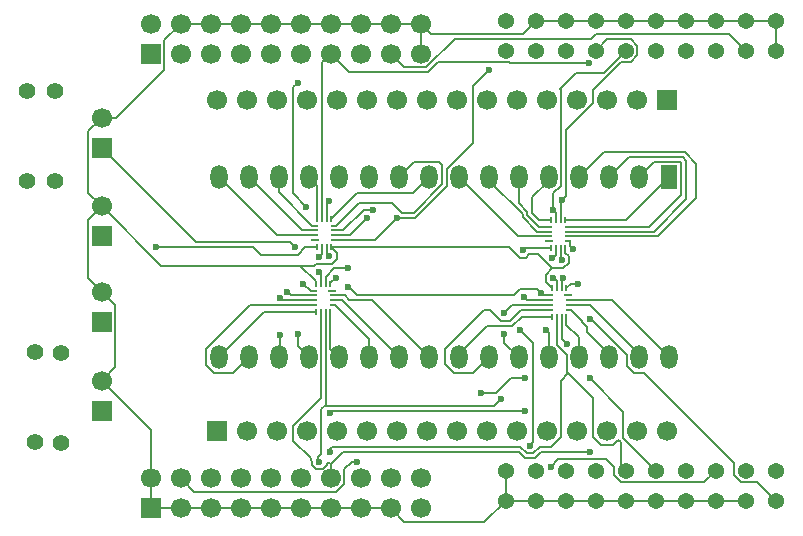
<source format=gbl>
%TF.GenerationSoftware,KiCad,Pcbnew,9.0.4*%
%TF.CreationDate,2025-10-21T11:21:35+02:00*%
%TF.ProjectId,GlasgowICAdapter,476c6173-676f-4774-9943-416461707465,rev?*%
%TF.SameCoordinates,Original*%
%TF.FileFunction,Copper,L2,Bot*%
%TF.FilePolarity,Positive*%
%FSLAX46Y46*%
G04 Gerber Fmt 4.6, Leading zero omitted, Abs format (unit mm)*
G04 Created by KiCad (PCBNEW 9.0.4) date 2025-10-21 11:21:35*
%MOMM*%
%LPD*%
G01*
G04 APERTURE LIST*
%TA.AperFunction,ComponentPad*%
%ADD10O,1.440000X2.000000*%
%TD*%
%TA.AperFunction,ComponentPad*%
%ADD11R,1.440000X2.000000*%
%TD*%
%TA.AperFunction,ComponentPad*%
%ADD12R,1.700000X1.700000*%
%TD*%
%TA.AperFunction,ComponentPad*%
%ADD13C,1.700000*%
%TD*%
%TA.AperFunction,ComponentPad*%
%ADD14C,1.400000*%
%TD*%
%TA.AperFunction,ComponentPad*%
%ADD15C,1.371600*%
%TD*%
%TA.AperFunction,SMDPad,CuDef*%
%ADD16R,0.700001X0.200000*%
%TD*%
%TA.AperFunction,SMDPad,CuDef*%
%ADD17R,0.599999X0.200000*%
%TD*%
%TA.AperFunction,SMDPad,CuDef*%
%ADD18R,0.200000X0.599999*%
%TD*%
%TA.AperFunction,ViaPad*%
%ADD19C,0.600000*%
%TD*%
%TA.AperFunction,Conductor*%
%ADD20C,0.200000*%
%TD*%
G04 APERTURE END LIST*
D10*
%TO.P,J3,32,Pin_32*%
%TO.N,ZIF32*%
X146800000Y-108240000D03*
%TO.P,J3,31,Pin_31*%
%TO.N,ZIF31*%
X144260000Y-108240000D03*
%TO.P,J3,30,Pin_30*%
%TO.N,ZIF30*%
X141720000Y-108240000D03*
%TO.P,J3,29,Pin_29*%
%TO.N,ZIF29*%
X139180000Y-108240000D03*
%TO.P,J3,28,Pin_28*%
%TO.N,ZIF28*%
X136640000Y-108240000D03*
%TO.P,J3,27,Pin_27*%
%TO.N,ZIF27*%
X134100000Y-108240000D03*
%TO.P,J3,26,Pin_26*%
%TO.N,ZIF26*%
X131560000Y-108240000D03*
%TO.P,J3,25,Pin_25*%
%TO.N,ZIF25*%
X129020000Y-108240000D03*
%TO.P,J3,24,Pin_24*%
%TO.N,ZIF24*%
X126480000Y-108240000D03*
%TO.P,J3,23,Pin_23*%
%TO.N,ZIF23*%
X123940000Y-108240000D03*
%TO.P,J3,22,Pin_22*%
%TO.N,ZIF22*%
X121400000Y-108240000D03*
%TO.P,J3,21,Pin_21*%
%TO.N,ZIF21*%
X118860000Y-108240000D03*
%TO.P,J3,20,Pin_20*%
%TO.N,ZIF20*%
X116320000Y-108240000D03*
%TO.P,J3,19,Pin_19*%
%TO.N,ZIF19*%
X113780000Y-108240000D03*
%TO.P,J3,18,Pin_18*%
%TO.N,ZIF18*%
X111240000Y-108240000D03*
%TO.P,J3,17,Pin_17*%
%TO.N,ZIF17*%
X108700000Y-108240000D03*
%TO.P,J3,16,Pin_16*%
%TO.N,ZIF16*%
X108700000Y-93000000D03*
%TO.P,J3,15,Pin_15*%
%TO.N,ZIF15*%
X111240000Y-93000000D03*
%TO.P,J3,14,Pin_14*%
%TO.N,ZIF14*%
X113780000Y-93000000D03*
%TO.P,J3,13,Pin_13*%
%TO.N,ZIF13*%
X116320000Y-93000000D03*
%TO.P,J3,12,Pin_12*%
%TO.N,ZIF12*%
X118860000Y-93000000D03*
%TO.P,J3,11,Pin_11*%
%TO.N,ZIF11*%
X121400000Y-93000000D03*
%TO.P,J3,10,Pin_10*%
%TO.N,ZIF10*%
X123940000Y-93000000D03*
%TO.P,J3,9,Pin_9*%
%TO.N,ZIF9*%
X126480000Y-93000000D03*
%TO.P,J3,8,Pin_8*%
%TO.N,ZIF8*%
X129020000Y-93000000D03*
%TO.P,J3,7,Pin_7*%
%TO.N,ZIF7*%
X131560000Y-93000000D03*
%TO.P,J3,6,Pin_6*%
%TO.N,ZIF6*%
X134100000Y-93000000D03*
%TO.P,J3,5,Pin_5*%
%TO.N,ZIF5*%
X136640000Y-93000000D03*
%TO.P,J3,4,Pin_4*%
%TO.N,ZIF4*%
X139180000Y-93000000D03*
%TO.P,J3,3,Pin_3*%
%TO.N,ZIF3*%
X141720000Y-93000000D03*
%TO.P,J3,2,Pin_2*%
%TO.N,ZIF2*%
X144260000Y-93000000D03*
D11*
%TO.P,J3,1,Pin_1*%
%TO.N,ZIF1*%
X146800000Y-93000000D03*
%TD*%
D12*
%TO.P,J5,1,Pin_1*%
%TO.N,Net-(J5-Pin_1)*%
X98800000Y-98010000D03*
D13*
%TO.P,J5,2,Pin_2*%
%TO.N,GND*%
X98800000Y-95470000D03*
%TD*%
D14*
%TO.P,R4,1*%
%TO.N,Net-(J8-Pin_1)*%
X95370000Y-107880000D03*
%TO.P,R4,2*%
%TO.N,VIOB*%
X95370000Y-115500000D03*
%TD*%
D12*
%TO.P,J11,1,Pin_1*%
%TO.N,GND*%
X102940000Y-121040000D03*
D13*
%TO.P,J11,2,Pin_2*%
X102940000Y-118500000D03*
%TO.P,J11,3,Pin_3*%
X105480000Y-121040000D03*
%TO.P,J11,4,Pin_4*%
%TO.N,PB7*%
X105480000Y-118500000D03*
%TO.P,J11,5,Pin_5*%
%TO.N,GND*%
X108020000Y-121040000D03*
%TO.P,J11,6,Pin_6*%
%TO.N,PB6*%
X108020000Y-118500000D03*
%TO.P,J11,7,Pin_7*%
%TO.N,GND*%
X110560000Y-121040000D03*
%TO.P,J11,8,Pin_8*%
%TO.N,PB5*%
X110560000Y-118500000D03*
%TO.P,J11,9,Pin_9*%
%TO.N,GND*%
X113100000Y-121040000D03*
%TO.P,J11,10,Pin_10*%
%TO.N,PB4*%
X113100000Y-118500000D03*
%TO.P,J11,11,Pin_11*%
%TO.N,GND*%
X115640000Y-121040000D03*
%TO.P,J11,12,Pin_12*%
%TO.N,PB3*%
X115640000Y-118500000D03*
%TO.P,J11,13,Pin_13*%
%TO.N,GND*%
X118180000Y-121040000D03*
%TO.P,J11,14,Pin_14*%
%TO.N,PB2*%
X118180000Y-118500000D03*
%TO.P,J11,15,Pin_15*%
%TO.N,GND*%
X120720000Y-121040000D03*
%TO.P,J11,16,Pin_16*%
%TO.N,PB1*%
X120720000Y-118500000D03*
%TO.P,J11,17,Pin_17*%
%TO.N,GND*%
X123260000Y-121040000D03*
%TO.P,J11,18,Pin_18*%
%TO.N,PB0*%
X123260000Y-118500000D03*
%TO.P,J11,19,Pin_19*%
%TO.N,VIOB*%
X125800000Y-121040000D03*
%TO.P,J11,20,Pin_20*%
%TO.N,VB SENSE*%
X125800000Y-118500000D03*
%TD*%
D12*
%TO.P,J6,1,Pin_1*%
%TO.N,ZIF1*%
X146620000Y-86500000D03*
D13*
%TO.P,J6,2,Pin_2*%
%TO.N,ZIF2*%
X144080000Y-86500000D03*
%TO.P,J6,3,Pin_3*%
%TO.N,ZIF3*%
X141540000Y-86500000D03*
%TO.P,J6,4,Pin_4*%
%TO.N,ZIF4*%
X139000000Y-86500000D03*
%TO.P,J6,5,Pin_5*%
%TO.N,ZIF5*%
X136460000Y-86500000D03*
%TO.P,J6,6,Pin_6*%
%TO.N,ZIF6*%
X133920000Y-86500000D03*
%TO.P,J6,7,Pin_7*%
%TO.N,ZIF7*%
X131380000Y-86500000D03*
%TO.P,J6,8,Pin_8*%
%TO.N,ZIF8*%
X128840000Y-86500000D03*
%TO.P,J6,9,Pin_9*%
%TO.N,ZIF9*%
X126300000Y-86500000D03*
%TO.P,J6,10,Pin_10*%
%TO.N,ZIF10*%
X123760000Y-86500000D03*
%TO.P,J6,11,Pin_11*%
%TO.N,ZIF11*%
X121220000Y-86500000D03*
%TO.P,J6,12,Pin_12*%
%TO.N,ZIF12*%
X118680000Y-86500000D03*
%TO.P,J6,13,Pin_13*%
%TO.N,ZIF13*%
X116140000Y-86500000D03*
%TO.P,J6,14,Pin_14*%
%TO.N,ZIF14*%
X113600000Y-86500000D03*
%TO.P,J6,15,Pin_15*%
%TO.N,ZIF15*%
X111060000Y-86500000D03*
%TO.P,J6,16,Pin_16*%
%TO.N,ZIF16*%
X108520000Y-86500000D03*
%TD*%
D12*
%TO.P,J7,1,Pin_1*%
%TO.N,Net-(J7-Pin_1)*%
X98800000Y-105235000D03*
D13*
%TO.P,J7,2,Pin_2*%
%TO.N,GND*%
X98800000Y-102695000D03*
%TD*%
D12*
%TO.P,J10,1,Pin_1*%
%TO.N,VA SENSE*%
X102940000Y-82540000D03*
D13*
%TO.P,J10,2,Pin_2*%
%TO.N,VIOA*%
X102940000Y-80000000D03*
%TO.P,J10,3,Pin_3*%
%TO.N,PA0*%
X105480000Y-82540000D03*
%TO.P,J10,4,Pin_4*%
%TO.N,GND*%
X105480000Y-80000000D03*
%TO.P,J10,5,Pin_5*%
%TO.N,PA1*%
X108020000Y-82540000D03*
%TO.P,J10,6,Pin_6*%
%TO.N,GND*%
X108020000Y-80000000D03*
%TO.P,J10,7,Pin_7*%
%TO.N,PA2*%
X110560000Y-82540000D03*
%TO.P,J10,8,Pin_8*%
%TO.N,GND*%
X110560000Y-80000000D03*
%TO.P,J10,9,Pin_9*%
%TO.N,PA3*%
X113100000Y-82540000D03*
%TO.P,J10,10,Pin_10*%
%TO.N,GND*%
X113100000Y-80000000D03*
%TO.P,J10,11,Pin_11*%
%TO.N,PA4*%
X115640000Y-82540000D03*
%TO.P,J10,12,Pin_12*%
%TO.N,GND*%
X115640000Y-80000000D03*
%TO.P,J10,13,Pin_13*%
%TO.N,PA5*%
X118180000Y-82540000D03*
%TO.P,J10,14,Pin_14*%
%TO.N,GND*%
X118180000Y-80000000D03*
%TO.P,J10,15,Pin_15*%
%TO.N,PA6*%
X120720000Y-82540000D03*
%TO.P,J10,16,Pin_16*%
%TO.N,GND*%
X120720000Y-80000000D03*
%TO.P,J10,17,Pin_17*%
%TO.N,PA7*%
X123260000Y-82540000D03*
%TO.P,J10,18,Pin_18*%
%TO.N,GND*%
X123260000Y-80000000D03*
%TO.P,J10,19,Pin_19*%
X125800000Y-82540000D03*
%TO.P,J10,20,Pin_20*%
X125800000Y-80000000D03*
%TD*%
D14*
%TO.P,R3,1*%
%TO.N,Net-(J7-Pin_1)*%
X93120000Y-107820000D03*
%TO.P,R3,2*%
%TO.N,VIOB*%
X93120000Y-115440000D03*
%TD*%
D12*
%TO.P,J8,1,Pin_1*%
%TO.N,Net-(J8-Pin_1)*%
X98800000Y-112775000D03*
D13*
%TO.P,J8,2,Pin_2*%
%TO.N,GND*%
X98800000Y-110235000D03*
%TD*%
D14*
%TO.P,R2,1*%
%TO.N,Net-(J5-Pin_1)*%
X92500000Y-93310000D03*
%TO.P,R2,2*%
%TO.N,VIOA*%
X92500000Y-85690000D03*
%TD*%
%TO.P,R1,1*%
%TO.N,Net-(J4-Pin_1)*%
X94870000Y-93310000D03*
%TO.P,R1,2*%
%TO.N,VIOA*%
X94870000Y-85690000D03*
%TD*%
D12*
%TO.P,J9,1,Pin_1*%
%TO.N,ZIF17*%
X108560000Y-114500000D03*
D13*
%TO.P,J9,2,Pin_2*%
%TO.N,ZIF18*%
X111100000Y-114500000D03*
%TO.P,J9,3,Pin_3*%
%TO.N,ZIF19*%
X113640000Y-114500000D03*
%TO.P,J9,4,Pin_4*%
%TO.N,ZIF20*%
X116180000Y-114500000D03*
%TO.P,J9,5,Pin_5*%
%TO.N,ZIF21*%
X118720000Y-114500000D03*
%TO.P,J9,6,Pin_6*%
%TO.N,ZIF22*%
X121260000Y-114500000D03*
%TO.P,J9,7,Pin_7*%
%TO.N,ZIF23*%
X123800000Y-114500000D03*
%TO.P,J9,8,Pin_8*%
%TO.N,ZIF24*%
X126340000Y-114500000D03*
%TO.P,J9,9,Pin_9*%
%TO.N,ZIF25*%
X128880000Y-114500000D03*
%TO.P,J9,10,Pin_10*%
%TO.N,ZIF26*%
X131420000Y-114500000D03*
%TO.P,J9,11,Pin_11*%
%TO.N,ZIF27*%
X133960000Y-114500000D03*
%TO.P,J9,12,Pin_12*%
%TO.N,ZIF28*%
X136500000Y-114500000D03*
%TO.P,J9,13,Pin_13*%
%TO.N,ZIF29*%
X139040000Y-114500000D03*
%TO.P,J9,14,Pin_14*%
%TO.N,ZIF30*%
X141580000Y-114500000D03*
%TO.P,J9,15,Pin_15*%
%TO.N,ZIF31*%
X144120000Y-114500000D03*
%TO.P,J9,16,Pin_16*%
%TO.N,ZIF32*%
X146660000Y-114500000D03*
%TD*%
D12*
%TO.P,J4,1,Pin_1*%
%TO.N,Net-(J4-Pin_1)*%
X98800000Y-90510000D03*
D13*
%TO.P,J4,2,Pin_2*%
%TO.N,GND*%
X98800000Y-87970000D03*
%TD*%
D15*
%TO.P,J2,1,1*%
%TO.N,GND*%
X133000000Y-120378700D03*
%TO.P,J2,2,2*%
X133000000Y-117838700D03*
%TO.P,J2,3,3*%
X135540000Y-120378700D03*
%TO.P,J2,4,4*%
%TO.N,PB7*%
X135540000Y-117838700D03*
%TO.P,J2,5,5*%
%TO.N,GND*%
X138080000Y-120378700D03*
%TO.P,J2,6,6*%
%TO.N,PB6*%
X138080000Y-117838700D03*
%TO.P,J2,7,7*%
%TO.N,GND*%
X140620000Y-120378700D03*
%TO.P,J2,8,8*%
%TO.N,PB5*%
X140620000Y-117838700D03*
%TO.P,J2,9,9*%
%TO.N,GND*%
X143160000Y-120378700D03*
%TO.P,J2,10,10*%
%TO.N,PB4*%
X143160000Y-117838700D03*
%TO.P,J2,11,11*%
%TO.N,GND*%
X145700000Y-120378700D03*
%TO.P,J2,12,12*%
%TO.N,PB3*%
X145700000Y-117838700D03*
%TO.P,J2,13,13*%
%TO.N,GND*%
X148240000Y-120378700D03*
%TO.P,J2,14,14*%
%TO.N,PB2*%
X148240000Y-117838700D03*
%TO.P,J2,15,15*%
%TO.N,GND*%
X150780000Y-120378700D03*
%TO.P,J2,16,16*%
%TO.N,PB1*%
X150780000Y-117838700D03*
%TO.P,J2,17,17*%
%TO.N,GND*%
X153320000Y-120378700D03*
%TO.P,J2,18,18*%
%TO.N,PB0*%
X153320000Y-117838700D03*
%TO.P,J2,19,19*%
%TO.N,VIOB*%
X155860000Y-120378700D03*
%TO.P,J2,20,20*%
%TO.N,VB SENSE*%
X155860000Y-117838700D03*
%TD*%
D16*
%TO.P,U4,1,NC*%
%TO.N,unconnected-(U4-NC-Pad1)*%
X118290002Y-102600000D03*
D17*
%TO.P,U4,2,S1A*%
%TO.N,ZIF24*%
X118340002Y-102999999D03*
%TO.P,U4,3,S2A*%
%TO.N,ZIF23*%
X118340002Y-103400001D03*
%TO.P,U4,4,S3A*%
%TO.N,ZIF22*%
X118340002Y-103800000D03*
D18*
%TO.P,U4,5,S4A*%
%TO.N,ZIF21*%
X118140000Y-104400001D03*
%TO.P,U4,6,DA*%
%TO.N,PB3*%
X117740001Y-104400001D03*
%TO.P,U4,7,DB*%
%TO.N,PB2*%
X117340001Y-104400001D03*
%TO.P,U4,8,S4B*%
%TO.N,ZIF17*%
X116940000Y-104400001D03*
D17*
%TO.P,U4,9,S3B*%
%TO.N,ZIF18*%
X116740000Y-103800000D03*
%TO.P,U4,10,S2B*%
%TO.N,ZIF19*%
X116740000Y-103400001D03*
%TO.P,U4,11,S1B*%
%TO.N,ZIF20*%
X116740000Y-102999999D03*
%TO.P,U4,12,VDD*%
%TO.N,VIOB*%
X116740000Y-102600000D03*
D18*
%TO.P,U4,13,GND*%
%TO.N,GND*%
X116940000Y-102000001D03*
%TO.P,U4,14,A1*%
%TO.N,PB1*%
X117340001Y-102000001D03*
%TO.P,U4,15,A0*%
%TO.N,PB0*%
X117740001Y-102000001D03*
%TO.P,U4,16,EN*%
%TO.N,Net-(J7-Pin_1)*%
X118140000Y-102000001D03*
%TD*%
D16*
%TO.P,U5,1,NC*%
%TO.N,unconnected-(U5-NC-Pad1)*%
X138290002Y-103000000D03*
D17*
%TO.P,U5,2,S1A*%
%TO.N,ZIF32*%
X138340002Y-103399999D03*
%TO.P,U5,3,S2A*%
%TO.N,ZIF31*%
X138340002Y-103800001D03*
%TO.P,U5,4,S3A*%
%TO.N,ZIF30*%
X138340002Y-104200000D03*
D18*
%TO.P,U5,5,S4A*%
%TO.N,ZIF29*%
X138140000Y-104800001D03*
%TO.P,U5,6,DA*%
%TO.N,PB5*%
X137740001Y-104800001D03*
%TO.P,U5,7,DB*%
%TO.N,PB4*%
X137340001Y-104800001D03*
%TO.P,U5,8,S4B*%
%TO.N,ZIF25*%
X136940000Y-104800001D03*
D17*
%TO.P,U5,9,S3B*%
%TO.N,ZIF26*%
X136740000Y-104200000D03*
%TO.P,U5,10,S2B*%
%TO.N,ZIF27*%
X136740000Y-103800001D03*
%TO.P,U5,11,S1B*%
%TO.N,ZIF28*%
X136740000Y-103399999D03*
%TO.P,U5,12,VDD*%
%TO.N,VIOB*%
X136740000Y-103000000D03*
D18*
%TO.P,U5,13,GND*%
%TO.N,GND*%
X136940000Y-102400001D03*
%TO.P,U5,14,A1*%
%TO.N,PB1*%
X137340001Y-102400001D03*
%TO.P,U5,15,A0*%
%TO.N,PB0*%
X137740001Y-102400001D03*
%TO.P,U5,16,EN*%
%TO.N,Net-(J8-Pin_1)*%
X138140000Y-102400001D03*
%TD*%
D16*
%TO.P,U1,1,NC*%
%TO.N,unconnected-(U1-NC-Pad1)*%
X136689998Y-98399999D03*
D17*
%TO.P,U1,2,S1A*%
%TO.N,ZIF8*%
X136639998Y-98000000D03*
%TO.P,U1,3,S2A*%
%TO.N,ZIF7*%
X136639998Y-97599998D03*
%TO.P,U1,4,S3A*%
%TO.N,ZIF6*%
X136639998Y-97199999D03*
D18*
%TO.P,U1,5,S4A*%
%TO.N,ZIF5*%
X136840000Y-96599998D03*
%TO.P,U1,6,DA*%
%TO.N,PA3*%
X137239999Y-96599998D03*
%TO.P,U1,7,DB*%
%TO.N,PA2*%
X137639999Y-96599998D03*
%TO.P,U1,8,S4B*%
%TO.N,ZIF1*%
X138040000Y-96599998D03*
D17*
%TO.P,U1,9,S3B*%
%TO.N,ZIF2*%
X138240000Y-97199999D03*
%TO.P,U1,10,S2B*%
%TO.N,ZIF3*%
X138240000Y-97599998D03*
%TO.P,U1,11,S1B*%
%TO.N,ZIF4*%
X138240000Y-98000000D03*
%TO.P,U1,12,VDD*%
%TO.N,VIOA*%
X138240000Y-98399999D03*
D18*
%TO.P,U1,13,GND*%
%TO.N,GND*%
X138040000Y-98999998D03*
%TO.P,U1,14,A1*%
%TO.N,PA1*%
X137639999Y-98999998D03*
%TO.P,U1,15,A0*%
%TO.N,PA0*%
X137239999Y-98999998D03*
%TO.P,U1,16,EN*%
%TO.N,Net-(J4-Pin_1)*%
X136840000Y-98999998D03*
%TD*%
D15*
%TO.P,J1,1,1*%
%TO.N,VA SENSE*%
X133000000Y-82278700D03*
%TO.P,J1,2,2*%
%TO.N,VIOA*%
X133000000Y-79738700D03*
%TO.P,J1,3,3*%
%TO.N,PA0*%
X135540000Y-82278700D03*
%TO.P,J1,4,4*%
%TO.N,GND*%
X135540000Y-79738700D03*
%TO.P,J1,5,5*%
%TO.N,PA1*%
X138080000Y-82278700D03*
%TO.P,J1,6,6*%
%TO.N,GND*%
X138080000Y-79738700D03*
%TO.P,J1,7,7*%
%TO.N,PA2*%
X140620000Y-82278700D03*
%TO.P,J1,8,8*%
%TO.N,GND*%
X140620000Y-79738700D03*
%TO.P,J1,9,9*%
%TO.N,PA3*%
X143160000Y-82278700D03*
%TO.P,J1,10,10*%
%TO.N,GND*%
X143160000Y-79738700D03*
%TO.P,J1,11,11*%
%TO.N,PA4*%
X145700000Y-82278700D03*
%TO.P,J1,12,12*%
%TO.N,GND*%
X145700000Y-79738700D03*
%TO.P,J1,13,13*%
%TO.N,PA5*%
X148240000Y-82278700D03*
%TO.P,J1,14,14*%
%TO.N,GND*%
X148240000Y-79738700D03*
%TO.P,J1,15,15*%
%TO.N,PA6*%
X150780000Y-82278700D03*
%TO.P,J1,16,16*%
%TO.N,GND*%
X150780000Y-79738700D03*
%TO.P,J1,17,17*%
%TO.N,PA7*%
X153320000Y-82278700D03*
%TO.P,J1,18,18*%
%TO.N,GND*%
X153320000Y-79738700D03*
%TO.P,J1,19,19*%
X155860000Y-82278700D03*
%TO.P,J1,20,20*%
X155860000Y-79738700D03*
%TD*%
D16*
%TO.P,U2,1,NC*%
%TO.N,unconnected-(U2-NC-Pad1)*%
X116889998Y-98300001D03*
D17*
%TO.P,U2,2,S1A*%
%TO.N,ZIF16*%
X116839998Y-97900002D03*
%TO.P,U2,3,S2A*%
%TO.N,ZIF15*%
X116839998Y-97500000D03*
%TO.P,U2,4,S3A*%
%TO.N,ZIF14*%
X116839998Y-97100001D03*
D18*
%TO.P,U2,5,S4A*%
%TO.N,ZIF13*%
X117040000Y-96500000D03*
%TO.P,U2,6,DA*%
%TO.N,PA5*%
X117439999Y-96500000D03*
%TO.P,U2,7,DB*%
%TO.N,PA4*%
X117839999Y-96500000D03*
%TO.P,U2,8,S4B*%
%TO.N,ZIF9*%
X118240000Y-96500000D03*
D17*
%TO.P,U2,9,S3B*%
%TO.N,ZIF10*%
X118440000Y-97100001D03*
%TO.P,U2,10,S2B*%
%TO.N,ZIF11*%
X118440000Y-97500000D03*
%TO.P,U2,11,S1B*%
%TO.N,ZIF12*%
X118440000Y-97900002D03*
%TO.P,U2,12,VDD*%
%TO.N,VIOA*%
X118440000Y-98300001D03*
D18*
%TO.P,U2,13,GND*%
%TO.N,GND*%
X118240000Y-98900000D03*
%TO.P,U2,14,A1*%
%TO.N,PA1*%
X117839999Y-98900000D03*
%TO.P,U2,15,A0*%
%TO.N,PA0*%
X117439999Y-98900000D03*
%TO.P,U2,16,EN*%
%TO.N,Net-(J5-Pin_1)*%
X117040000Y-98900000D03*
%TD*%
D19*
%TO.N,PA1*%
X118073390Y-99704215D03*
X137721338Y-100021657D03*
%TO.N,PA3*%
X116120000Y-95500000D03*
X136989999Y-95750000D03*
X115370000Y-85000000D03*
%TO.N,PA4*%
X118039999Y-95000000D03*
%TO.N,VIOA*%
X138690002Y-99072532D03*
X123764736Y-96450000D03*
X131620000Y-83899000D03*
%TO.N,PA2*%
X137763732Y-94951000D03*
%TO.N,PA0*%
X117223510Y-99741405D03*
X136939001Y-99854465D03*
%TO.N,PA5*%
X140077269Y-83333010D03*
%TO.N,PB1*%
X117209341Y-100997463D03*
X135041400Y-115719339D03*
X134166846Y-105889000D03*
X136812278Y-117490217D03*
X136970000Y-101551498D03*
%TO.N,PB6*%
X134620000Y-112750000D03*
X118120000Y-113000000D03*
%TO.N,PB2*%
X140120000Y-116250000D03*
%TO.N,PB7*%
X120381900Y-117065974D03*
%TO.N,VIOB*%
X119638739Y-102319739D03*
X140120000Y-105000000D03*
X135985423Y-102799857D03*
X115870000Y-102000000D03*
%TO.N,PB4*%
X118120000Y-116301000D03*
%TO.N,PB3*%
X132620000Y-111750000D03*
X117224768Y-117077169D03*
X140120000Y-110000000D03*
%TO.N,PB0*%
X119679365Y-100720886D03*
X137890043Y-101569611D03*
%TO.N,PB5*%
X130870000Y-111250000D03*
X134620000Y-110000000D03*
X138182259Y-107150000D03*
%TO.N,ZIF28*%
X136370000Y-105889000D03*
X134508545Y-103150001D03*
%TO.N,ZIF11*%
X121762987Y-95788435D03*
%TO.N,ZIF19*%
X113870000Y-106339000D03*
X113870000Y-103200000D03*
%TO.N,ZIF12*%
X121229287Y-96450000D03*
%TO.N,ZIF27*%
X132870000Y-104500000D03*
X132870000Y-106250000D03*
%TO.N,ZIF20*%
X114494697Y-102700243D03*
X115370000Y-106250000D03*
%TO.N,Net-(J4-Pin_1)*%
X115120000Y-98900000D03*
X134437098Y-99150000D03*
%TO.N,Net-(J5-Pin_1)*%
X103370000Y-98901002D03*
%TO.N,Net-(J7-Pin_1)*%
X118620000Y-101500000D03*
%TO.N,Net-(J8-Pin_1)*%
X139120000Y-102000000D03*
%TD*%
D20*
%TO.N,GND*%
X138080000Y-120378700D02*
X135540000Y-120378700D01*
X104091000Y-83881081D02*
X100002081Y-87970000D01*
X133267859Y-98900000D02*
X134167859Y-99800000D01*
X115620000Y-100500000D02*
X116787565Y-100500000D01*
X138040000Y-99408558D02*
X138322338Y-99690896D01*
X118180000Y-80000000D02*
X120720000Y-80000000D01*
X110560000Y-121040000D02*
X108020000Y-121040000D01*
X138322338Y-100270600D02*
X137889943Y-100702995D01*
X125800000Y-80000000D02*
X126650000Y-80850000D01*
X115620000Y-100500000D02*
X116940000Y-101820000D01*
X126650000Y-80850000D02*
X134428700Y-80850000D01*
X136939001Y-100702995D02*
X136370000Y-101271996D01*
X110560000Y-80000000D02*
X113100000Y-80000000D01*
X116787565Y-100500000D02*
X116940102Y-100347463D01*
X118180000Y-121040000D02*
X115640000Y-121040000D01*
X136940000Y-102250999D02*
X136939001Y-102250000D01*
X108020000Y-121040000D02*
X105480000Y-121040000D01*
X138040000Y-98999998D02*
X138040000Y-99408558D01*
X133000000Y-120378700D02*
X131187700Y-122191000D01*
X102940000Y-114375000D02*
X98800000Y-110235000D01*
X148240000Y-120378700D02*
X145700000Y-120378700D01*
X113100000Y-80000000D02*
X115640000Y-80000000D01*
X115640000Y-121040000D02*
X113100000Y-121040000D01*
X138080000Y-120378700D02*
X140620000Y-120378700D01*
X99951000Y-109084000D02*
X99951000Y-103846000D01*
X98800000Y-95470000D02*
X97649000Y-94319000D01*
X137889943Y-100702995D02*
X136939001Y-100702995D01*
X118723390Y-99911685D02*
X118723390Y-99383390D01*
X98800000Y-95470000D02*
X103830000Y-100500000D01*
X120720000Y-121040000D02*
X118180000Y-121040000D01*
X97649000Y-101544000D02*
X98800000Y-102695000D01*
X104091000Y-81389000D02*
X104091000Y-83881081D01*
X115640000Y-80000000D02*
X118180000Y-80000000D01*
X134706337Y-99800000D02*
X135006337Y-99500000D01*
X102940000Y-121040000D02*
X102940000Y-118500000D01*
X116940000Y-101820000D02*
X116940000Y-102000001D01*
X125800000Y-80000000D02*
X125800000Y-82540000D01*
X143160000Y-120378700D02*
X145700000Y-120378700D01*
X118723390Y-99383390D02*
X118240000Y-98900000D01*
X124411000Y-122191000D02*
X123260000Y-121040000D01*
X134428700Y-80850000D02*
X135540000Y-79738700D01*
X153320000Y-120378700D02*
X150780000Y-120378700D01*
X123260000Y-80000000D02*
X125800000Y-80000000D01*
X105480000Y-121040000D02*
X102940000Y-121040000D01*
X97649000Y-94319000D02*
X97649000Y-89121000D01*
X108020000Y-80000000D02*
X110560000Y-80000000D01*
X134167859Y-99800000D02*
X134706337Y-99800000D01*
X136940000Y-102400001D02*
X136940000Y-102250999D01*
X143160000Y-79738700D02*
X145700000Y-79738700D01*
X153320000Y-79738700D02*
X155860000Y-79738700D01*
X148240000Y-79738700D02*
X150780000Y-79738700D01*
X97649000Y-96621000D02*
X97649000Y-101544000D01*
X120720000Y-80000000D02*
X123260000Y-80000000D01*
X136370000Y-101831000D02*
X136939001Y-102400001D01*
X143160000Y-120378700D02*
X140620000Y-120378700D01*
X140620000Y-79738700D02*
X143160000Y-79738700D01*
X105480000Y-80000000D02*
X104091000Y-81389000D01*
X100002081Y-87970000D02*
X98800000Y-87970000D01*
X103830000Y-100500000D02*
X115620000Y-100500000D01*
X135006337Y-99500000D02*
X135736006Y-99500000D01*
X118240000Y-98900000D02*
X133267859Y-98900000D01*
X98800000Y-95470000D02*
X97649000Y-96621000D01*
X138322338Y-99690896D02*
X138322338Y-100270600D01*
X135540000Y-79738700D02*
X138080000Y-79738700D01*
X150780000Y-79738700D02*
X153320000Y-79738700D01*
X113100000Y-121040000D02*
X110560000Y-121040000D01*
X133000000Y-120378700D02*
X135540000Y-120378700D01*
X99951000Y-103846000D02*
X98800000Y-102695000D01*
X105480000Y-80000000D02*
X108020000Y-80000000D01*
X118287612Y-100347463D02*
X118723390Y-99911685D01*
X155860000Y-79738700D02*
X155860000Y-82278700D01*
X98800000Y-110235000D02*
X99951000Y-109084000D01*
X116940102Y-100347463D02*
X118287612Y-100347463D01*
X123260000Y-121040000D02*
X120720000Y-121040000D01*
X133000000Y-120378700D02*
X133000000Y-117838700D01*
X131187700Y-122191000D02*
X124411000Y-122191000D01*
X148240000Y-120378700D02*
X150780000Y-120378700D01*
X136370000Y-101271996D02*
X136370000Y-101831000D01*
X98800000Y-87970000D02*
X97649000Y-89121000D01*
X135736006Y-99500000D02*
X136939001Y-100702995D01*
X145700000Y-79738700D02*
X148240000Y-79738700D01*
X138080000Y-79738700D02*
X140620000Y-79738700D01*
X102940000Y-118500000D02*
X102940000Y-114375000D01*
%TO.N,PA1*%
X137639999Y-98999998D02*
X137639999Y-99940318D01*
X137639999Y-99940318D02*
X137721338Y-100021657D01*
X117839999Y-99470824D02*
X118073390Y-99704215D01*
X117839999Y-98900000D02*
X117839999Y-99470824D01*
%TO.N,PA3*%
X114989000Y-85381000D02*
X114989000Y-94369000D01*
X137620000Y-85484314D02*
X137620000Y-85500000D01*
X137239999Y-96599998D02*
X137239999Y-96019239D01*
X136989999Y-94373913D02*
X136989999Y-95750000D01*
X137239999Y-96019239D02*
X136989999Y-95769239D01*
X137661000Y-93702912D02*
X136989999Y-94373913D01*
X141288700Y-84150000D02*
X138954314Y-84150000D01*
X137620000Y-85500000D02*
X137661000Y-85541000D01*
X115370000Y-85000000D02*
X114989000Y-85381000D01*
X136989999Y-95769239D02*
X136989999Y-95750000D01*
X114989000Y-94369000D02*
X116120000Y-95500000D01*
X137661000Y-85541000D02*
X137661000Y-93702912D01*
X138954314Y-84150000D02*
X137620000Y-85484314D01*
X143160000Y-82278700D02*
X141288700Y-84150000D01*
%TO.N,PA4*%
X117839999Y-95200000D02*
X118039999Y-95000000D01*
X117839999Y-96500000D02*
X117839999Y-95200000D01*
%TO.N,PA7*%
X126279588Y-83691000D02*
X128678688Y-81291900D01*
X151932200Y-80890900D02*
X153320000Y-82278700D01*
X124411000Y-83691000D02*
X126279588Y-83691000D01*
X140612254Y-80890900D02*
X151932200Y-80890900D01*
X140211254Y-81291900D02*
X140612254Y-80890900D01*
X123260000Y-82540000D02*
X124411000Y-83691000D01*
X128678688Y-81291900D02*
X140211254Y-81291900D01*
%TO.N,VIOA*%
X130229000Y-85290000D02*
X130229000Y-90067088D01*
X130229000Y-90067088D02*
X128000000Y-92296088D01*
X138441000Y-98823530D02*
X138690002Y-99072532D01*
X125321012Y-96450000D02*
X123764736Y-96450000D01*
X121914735Y-98300001D02*
X123764736Y-96450000D01*
X131620000Y-83899000D02*
X130229000Y-85290000D01*
X138441000Y-98401000D02*
X138441000Y-98823530D01*
X128000000Y-93771012D02*
X125321012Y-96450000D01*
X128000000Y-92296088D02*
X128000000Y-93771012D01*
X118440000Y-98300001D02*
X121914735Y-98300001D01*
%TO.N,PA2*%
X143568746Y-81291900D02*
X144146800Y-81869954D01*
X138120000Y-89007760D02*
X138120000Y-94594732D01*
X138120000Y-94594732D02*
X137763732Y-94951000D01*
X140620000Y-82278700D02*
X141606800Y-81291900D01*
X137639999Y-96599998D02*
X137639999Y-95074733D01*
X141606800Y-81291900D02*
X143568746Y-81291900D01*
X143568746Y-83265500D02*
X142751254Y-83265500D01*
X144146800Y-81869954D02*
X144146800Y-82687446D01*
X140389000Y-86738760D02*
X138120000Y-89007760D01*
X137639999Y-95074733D02*
X137763732Y-94951000D01*
X140389000Y-85627754D02*
X140389000Y-86738760D01*
X142751254Y-83265500D02*
X140389000Y-85627754D01*
X144146800Y-82687446D02*
X143568746Y-83265500D01*
%TO.N,PA0*%
X117439999Y-98900000D02*
X117439999Y-99524916D01*
X137239999Y-98999998D02*
X137239999Y-99553467D01*
X117439999Y-99524916D02*
X117223510Y-99741405D01*
X137239999Y-99553467D02*
X136939001Y-99854465D01*
%TO.N,PA5*%
X140077269Y-83333010D02*
X133372249Y-83333010D01*
X119731000Y-84091000D02*
X118180000Y-82540000D01*
X133304739Y-83265500D02*
X127270774Y-83265500D01*
X133372249Y-83333010D02*
X133304739Y-83265500D01*
X126445274Y-84091000D02*
X119731000Y-84091000D01*
X127270774Y-83265500D02*
X126445274Y-84091000D01*
X117439999Y-96500000D02*
X117439999Y-83280001D01*
X117439999Y-83280001D02*
X118180000Y-82540000D01*
%TO.N,PB1*%
X136970000Y-101551498D02*
X137082191Y-101551498D01*
X137340001Y-101809308D02*
X137340001Y-102400001D01*
X135349000Y-115411739D02*
X135349000Y-107071154D01*
X137082191Y-101551498D02*
X137340001Y-101809308D01*
X135349000Y-107071154D02*
X134166846Y-105889000D01*
X117340001Y-102000001D02*
X117340001Y-101128123D01*
X149793200Y-118825500D02*
X142751254Y-118825500D01*
X117340001Y-101128123D02*
X117209341Y-100997463D01*
X137450595Y-116851900D02*
X136812278Y-117490217D01*
X142173200Y-117553200D02*
X141471900Y-116851900D01*
X141471900Y-116851900D02*
X137450595Y-116851900D01*
X150780000Y-117838700D02*
X149793200Y-118825500D01*
X135041400Y-115719339D02*
X135349000Y-115411739D01*
X142173200Y-118247446D02*
X142173200Y-117553200D01*
X142751254Y-118825500D02*
X142173200Y-118247446D01*
%TO.N,PB6*%
X118120000Y-113000000D02*
X118370000Y-112750000D01*
X118370000Y-112750000D02*
X134620000Y-112750000D01*
%TO.N,PB2*%
X118180000Y-117297919D02*
X118180000Y-118500000D01*
X117340001Y-111712239D02*
X115029000Y-114023240D01*
X115029000Y-114023240D02*
X115029000Y-115328239D01*
X118180000Y-117297919D02*
X119227919Y-116250000D01*
X116574768Y-117346408D02*
X116955529Y-117727169D01*
X135995663Y-116250000D02*
X140120000Y-116250000D01*
X117340001Y-104400001D02*
X117340001Y-111712239D01*
X116470000Y-116769239D02*
X116470000Y-116970239D01*
X118032081Y-117150000D02*
X118180000Y-117297919D01*
X119227919Y-116250000D02*
X134087136Y-116250000D01*
X116574768Y-117075007D02*
X116574768Y-117346408D01*
X135476325Y-116769339D02*
X135995663Y-116250000D01*
X117494007Y-117727169D02*
X117874768Y-117346408D01*
X116470000Y-116970239D02*
X116574768Y-117075007D01*
X117874768Y-117346408D02*
X117874768Y-117150000D01*
X117874768Y-117150000D02*
X118032081Y-117150000D01*
X134087136Y-116250000D02*
X134606476Y-116769339D01*
X118180000Y-118500000D02*
X118180000Y-117297919D01*
X116955529Y-117727169D02*
X117494007Y-117727169D01*
X115029000Y-115328239D02*
X116470000Y-116769239D01*
X134606476Y-116769339D02*
X135476325Y-116769339D01*
%TO.N,PB7*%
X118656760Y-119651000D02*
X119331000Y-118976760D01*
X106631000Y-119651000D02*
X118656760Y-119651000D01*
X119976026Y-117065974D02*
X120381900Y-117065974D01*
X119331000Y-118976760D02*
X119331000Y-117711000D01*
X119331000Y-117711000D02*
X119976026Y-117065974D01*
X105480000Y-118500000D02*
X106631000Y-119651000D01*
%TO.N,VIOB*%
X143239000Y-108035088D02*
X140203912Y-105000000D01*
X116740000Y-102600000D02*
X116470000Y-102600000D01*
X135685567Y-102500001D02*
X134239306Y-102500001D01*
X116470000Y-102600000D02*
X115870000Y-102000000D01*
X134239306Y-102500001D02*
X133739307Y-103000000D01*
X143239000Y-108942912D02*
X143239000Y-108035088D01*
X119688739Y-102319739D02*
X119638739Y-102319739D01*
X155860000Y-120378700D02*
X154306800Y-118825500D01*
X136185566Y-103000000D02*
X135985423Y-102799857D01*
X152333200Y-118247446D02*
X152333200Y-117191288D01*
X136740000Y-103000000D02*
X136185566Y-103000000D01*
X152333200Y-117191288D02*
X144682912Y-109541000D01*
X120369000Y-103000000D02*
X119688739Y-102319739D01*
X133739307Y-103000000D02*
X120369000Y-103000000D01*
X152911254Y-118825500D02*
X152333200Y-118247446D01*
X140203912Y-105000000D02*
X140120000Y-105000000D01*
X143837088Y-109541000D02*
X143239000Y-108942912D01*
X154306800Y-118825500D02*
X152911254Y-118825500D01*
X144682912Y-109541000D02*
X143837088Y-109541000D01*
X135985423Y-102799857D02*
X135685567Y-102500001D01*
%TO.N,PB4*%
X140429000Y-114976760D02*
X141103240Y-115651000D01*
X135879974Y-115800004D02*
X135310639Y-116369339D01*
X118120000Y-116000000D02*
X118120000Y-116301000D01*
X138288880Y-109581120D02*
X140429000Y-111721240D01*
X142056760Y-115651000D02*
X142501687Y-115206073D01*
X137340001Y-104800001D02*
X137340001Y-107216089D01*
X142731000Y-115435386D02*
X142731000Y-117409700D01*
X142501687Y-115206073D02*
X142731000Y-115435386D01*
X138288880Y-109581120D02*
X137651000Y-110219000D01*
X134772161Y-116369339D02*
X134202826Y-115800004D01*
X137340001Y-107216089D02*
X138159000Y-108035088D01*
X140429000Y-111721240D02*
X140429000Y-114976760D01*
X138159000Y-108035088D02*
X138159000Y-109451240D01*
X118319996Y-115800004D02*
X118120000Y-116000000D01*
X137651000Y-110219000D02*
X137651000Y-114976760D01*
X135310639Y-116369339D02*
X134772161Y-116369339D01*
X136827756Y-115800004D02*
X135879974Y-115800004D01*
X141103240Y-115651000D02*
X142056760Y-115651000D01*
X137651000Y-114976760D02*
X136827756Y-115800004D01*
X138159000Y-109451240D02*
X138288880Y-109581120D01*
X142731000Y-117409700D02*
X143160000Y-117838700D01*
X134202826Y-115800004D02*
X118319996Y-115800004D01*
%TO.N,PB3*%
X117120000Y-116650000D02*
X117120000Y-116972401D01*
X117740001Y-112250000D02*
X117370000Y-112620001D01*
X117370000Y-112620001D02*
X117370000Y-116400000D01*
X132021000Y-112349000D02*
X117839001Y-112349000D01*
X145700000Y-117838700D02*
X142969000Y-115107700D01*
X117839001Y-112349000D02*
X117740001Y-112250000D01*
X142969000Y-115107700D02*
X142969000Y-112849000D01*
X117740001Y-104400001D02*
X117740001Y-112250000D01*
X117370000Y-116400000D02*
X117120000Y-116650000D01*
X117120000Y-116972401D02*
X117224768Y-117077169D01*
X132620000Y-111750000D02*
X132021000Y-112349000D01*
X142969000Y-112849000D02*
X140120000Y-110000000D01*
%TO.N,PB0*%
X137890043Y-101569611D02*
X137871857Y-101569611D01*
X117740001Y-101460760D02*
X118479875Y-100720886D01*
X118479875Y-100720886D02*
X119679365Y-100720886D01*
X137871857Y-101569611D02*
X137740001Y-101701467D01*
X137740001Y-101701467D02*
X137740001Y-102400001D01*
X117740001Y-102000001D02*
X117740001Y-101460760D01*
%TO.N,PB5*%
X137740001Y-106707742D02*
X138182259Y-107150000D01*
X137740001Y-104800001D02*
X137740001Y-106707742D01*
X132200761Y-111250000D02*
X133450761Y-110000000D01*
X130870000Y-111250000D02*
X132200761Y-111250000D01*
X133450761Y-110000000D02*
X134620000Y-110000000D01*
%TO.N,ZIF25*%
X134336606Y-104800001D02*
X133536607Y-105600000D01*
X133536607Y-105600000D02*
X131380000Y-105600000D01*
X131380000Y-105600000D02*
X129020000Y-107960000D01*
X136940000Y-104800001D02*
X134336606Y-104800001D01*
X129020000Y-107960000D02*
X129020000Y-108240000D01*
%TO.N,ZIF18*%
X109939000Y-109541000D02*
X111240000Y-108240000D01*
X107620000Y-108883912D02*
X108277088Y-109541000D01*
X107620000Y-107500000D02*
X107620000Y-108883912D01*
X111320000Y-103800000D02*
X107620000Y-107500000D01*
X116740000Y-103800000D02*
X111320000Y-103800000D01*
X108277088Y-109541000D02*
X109939000Y-109541000D01*
%TO.N,ZIF3*%
X143422000Y-91298000D02*
X141720000Y-93000000D01*
X138240000Y-97599998D02*
X145520002Y-97599998D01*
X148271000Y-91581900D02*
X147987100Y-91298000D01*
X148271000Y-94849000D02*
X148271000Y-91581900D01*
X147987100Y-91298000D02*
X143422000Y-91298000D01*
X145520002Y-97599998D02*
X148271000Y-94849000D01*
%TO.N,ZIF22*%
X121400000Y-106659000D02*
X118541000Y-103800000D01*
X121400000Y-108240000D02*
X121400000Y-106659000D01*
%TO.N,ZIF2*%
X145561000Y-91699000D02*
X144260000Y-93000000D01*
X138240000Y-97199999D02*
X145170001Y-97199999D01*
X145170001Y-97199999D02*
X147870000Y-94500000D01*
X147870000Y-91748000D02*
X147821000Y-91699000D01*
X147821000Y-91699000D02*
X145561000Y-91699000D01*
X147870000Y-94500000D02*
X147870000Y-91748000D01*
%TO.N,ZIF10*%
X127600000Y-93603912D02*
X127600000Y-91980000D01*
X118440000Y-97100001D02*
X118639999Y-97100001D01*
X125241000Y-91699000D02*
X123940000Y-93000000D01*
X125203912Y-96000000D02*
X127600000Y-93603912D01*
X124233975Y-96000000D02*
X125203912Y-96000000D01*
X127600000Y-91980000D02*
X127319000Y-91699000D01*
X120601565Y-95138435D02*
X123372410Y-95138435D01*
X118639999Y-97100001D02*
X120601565Y-95138435D01*
X123372410Y-95138435D02*
X124233975Y-96000000D01*
X127319000Y-91699000D02*
X125241000Y-91699000D01*
%TO.N,ZIF8*%
X129020000Y-93000000D02*
X134020000Y-98000000D01*
X134020000Y-98000000D02*
X136639998Y-98000000D01*
%TO.N,ZIF28*%
X134758543Y-103399999D02*
X134508545Y-103150001D01*
X136640000Y-106159000D02*
X136370000Y-105889000D01*
X136640000Y-108240000D02*
X136640000Y-106159000D01*
X136740000Y-103399999D02*
X134758543Y-103399999D01*
%TO.N,ZIF11*%
X118440000Y-97500000D02*
X119260048Y-97500000D01*
X120971613Y-95788435D02*
X121762987Y-95788435D01*
X119260048Y-97500000D02*
X120971613Y-95788435D01*
%TO.N,ZIF23*%
X118340002Y-103400001D02*
X119100001Y-103400001D01*
X119100001Y-103400001D02*
X123940000Y-108240000D01*
%TO.N,ZIF16*%
X113600002Y-97900002D02*
X108700000Y-93000000D01*
X116839998Y-97900002D02*
X113600002Y-97900002D01*
%TO.N,ZIF21*%
X118140000Y-107520000D02*
X118860000Y-108240000D01*
X118140000Y-104400001D02*
X118140000Y-107520000D01*
%TO.N,ZIF24*%
X121641000Y-103401000D02*
X126480000Y-108240000D01*
X119771000Y-103401000D02*
X121641000Y-103401000D01*
X119369999Y-102999999D02*
X119771000Y-103401000D01*
X118340002Y-102999999D02*
X119369999Y-102999999D01*
%TO.N,ZIF19*%
X114070001Y-103400001D02*
X113870000Y-103200000D01*
X116740000Y-103400001D02*
X114070001Y-103400001D01*
X113870000Y-106339000D02*
X113870000Y-108150000D01*
X113870000Y-108150000D02*
X113780000Y-108240000D01*
%TO.N,ZIF17*%
X112539999Y-104400001D02*
X108700000Y-108240000D01*
X116940000Y-104400001D02*
X112539999Y-104400001D01*
%TO.N,ZIF29*%
X138140000Y-104800001D02*
X138140000Y-105520000D01*
X139180000Y-106560000D02*
X139180000Y-108240000D01*
X138140000Y-105520000D02*
X139180000Y-106560000D01*
%TO.N,ZIF30*%
X141720000Y-107960000D02*
X141720000Y-108240000D01*
X138540001Y-104200000D02*
X139470000Y-105129999D01*
X139470000Y-105269239D02*
X139850761Y-105650000D01*
X139850761Y-106090761D02*
X141720000Y-107960000D01*
X139470000Y-105129999D02*
X139470000Y-105269239D01*
X138340002Y-104200000D02*
X138540001Y-104200000D01*
X139850761Y-105650000D02*
X139850761Y-106090761D01*
%TO.N,ZIF1*%
X138040000Y-96599998D02*
X143200002Y-96599998D01*
X143200002Y-96599998D02*
X146800000Y-93000000D01*
%TO.N,ZIF31*%
X138340002Y-103800001D02*
X140100001Y-103800001D01*
X140100001Y-103800001D02*
X144260000Y-107960000D01*
X144260000Y-107960000D02*
X144260000Y-108240000D01*
%TO.N,ZIF32*%
X138340002Y-103399999D02*
X141959999Y-103399999D01*
X141959999Y-103399999D02*
X146800000Y-108240000D01*
%TO.N,ZIF4*%
X145870000Y-98000000D02*
X149120000Y-94750000D01*
X138240000Y-98000000D02*
X145870000Y-98000000D01*
X149120000Y-91863800D02*
X148153200Y-90897000D01*
X148153200Y-90897000D02*
X141283000Y-90897000D01*
X149120000Y-94750000D02*
X149120000Y-91863800D01*
X141283000Y-90897000D02*
X139180000Y-93000000D01*
%TO.N,ZIF6*%
X134820000Y-96184925D02*
X135834073Y-97198998D01*
X134100000Y-95214924D02*
X134820000Y-95934924D01*
X134100000Y-93000000D02*
X134100000Y-95214924D01*
X134820000Y-95934924D02*
X134820000Y-96184925D01*
X135834073Y-97198998D02*
X136439000Y-97198998D01*
%TO.N,ZIF13*%
X117040000Y-93720000D02*
X116320000Y-93000000D01*
X117040000Y-96500000D02*
X117040000Y-93720000D01*
%TO.N,ZIF26*%
X131170000Y-104200000D02*
X127870000Y-107500000D01*
X133350761Y-105150000D02*
X132600761Y-105150000D01*
X127870000Y-107500000D02*
X127870000Y-108813912D01*
X131650761Y-104200000D02*
X131170000Y-104200000D01*
X128597088Y-109541000D02*
X130259000Y-109541000D01*
X136740000Y-104200000D02*
X134300761Y-104200000D01*
X127870000Y-108813912D02*
X128597088Y-109541000D01*
X132600761Y-105150000D02*
X131650761Y-104200000D01*
X134300761Y-104200000D02*
X133350761Y-105150000D01*
X130259000Y-109541000D02*
X131560000Y-108240000D01*
%TO.N,ZIF12*%
X119779285Y-97900002D02*
X121229287Y-96450000D01*
X118440000Y-97900002D02*
X119779285Y-97900002D01*
%TO.N,ZIF5*%
X135220000Y-96019239D02*
X135220000Y-94700000D01*
X135220000Y-94700000D02*
X136640000Y-93280000D01*
X135800759Y-96599998D02*
X135220000Y-96019239D01*
X136840000Y-96599998D02*
X135800759Y-96599998D01*
X136640000Y-93280000D02*
X136640000Y-93000000D01*
%TO.N,ZIF27*%
X133569999Y-103800001D02*
X132870000Y-104500000D01*
X136740000Y-103800001D02*
X133569999Y-103800001D01*
X132870000Y-106250000D02*
X132870000Y-107010000D01*
X132870000Y-107010000D02*
X134100000Y-108240000D01*
%TO.N,ZIF9*%
X120439000Y-94301000D02*
X125179000Y-94301000D01*
X126480000Y-93816088D02*
X126480000Y-93000000D01*
X125179000Y-94301000D02*
X126480000Y-93000000D01*
X118240000Y-96500000D02*
X120439000Y-94301000D01*
%TO.N,ZIF14*%
X113780000Y-93000000D02*
X113780000Y-94240000D01*
X113780000Y-94240000D02*
X116639000Y-97099000D01*
%TO.N,ZIF20*%
X114494697Y-102700243D02*
X114794453Y-102999999D01*
X114794453Y-102999999D02*
X116740000Y-102999999D01*
X115370000Y-106250000D02*
X115370000Y-107290000D01*
X115370000Y-107290000D02*
X116320000Y-108240000D01*
%TO.N,ZIF15*%
X116839998Y-97500000D02*
X115740000Y-97500000D01*
X115740000Y-97500000D02*
X111240000Y-93000000D01*
%TO.N,ZIF7*%
X131560000Y-93000000D02*
X131560000Y-93280000D01*
X131560000Y-93280000D02*
X134420000Y-96140000D01*
X134420000Y-96140000D02*
X134420001Y-96350611D01*
X134420001Y-96350611D02*
X135669388Y-97599998D01*
X135669388Y-97599998D02*
X136639998Y-97599998D01*
%TO.N,Net-(J4-Pin_1)*%
X106790000Y-98500000D02*
X114720000Y-98500000D01*
X98800000Y-90510000D02*
X106790000Y-98500000D01*
X136840000Y-98999998D02*
X134587100Y-98999998D01*
X134587100Y-98999998D02*
X134437098Y-99150000D01*
X114720000Y-98500000D02*
X115120000Y-98900000D01*
%TO.N,Net-(J5-Pin_1)*%
X117040000Y-98900000D02*
X116039239Y-98900000D01*
X116039239Y-98900000D02*
X115389239Y-99550000D01*
X111639630Y-98901002D02*
X103370000Y-98901002D01*
X115389239Y-99550000D02*
X112288628Y-99550000D01*
X112288628Y-99550000D02*
X111639630Y-98901002D01*
%TO.N,Net-(J7-Pin_1)*%
X118140000Y-101980000D02*
X118620000Y-101500000D01*
X118140000Y-102000001D02*
X118140000Y-101980000D01*
%TO.N,Net-(J8-Pin_1)*%
X139120000Y-102000000D02*
X138489284Y-102000000D01*
X138140000Y-102349284D02*
X138140000Y-102400001D01*
X138489284Y-102000000D02*
X138140000Y-102349284D01*
%TD*%
M02*

</source>
